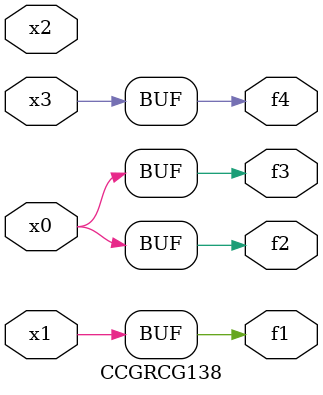
<source format=v>
module CCGRCG138(
	input x0, x1, x2, x3,
	output f1, f2, f3, f4
);
	assign f1 = x1;
	assign f2 = x0;
	assign f3 = x0;
	assign f4 = x3;
endmodule

</source>
